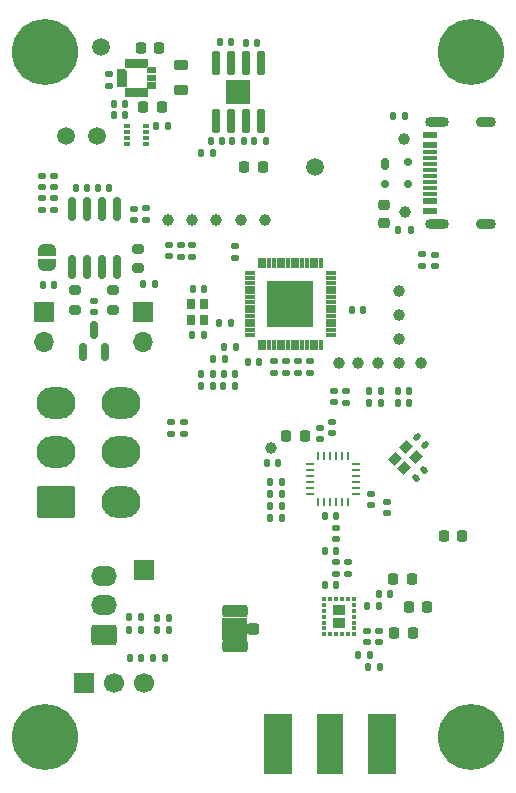
<source format=gbr>
%TF.GenerationSoftware,KiCad,Pcbnew,9.0.1*%
%TF.CreationDate,2025-04-26T23:34:38+03:00*%
%TF.ProjectId,Ricardo-Hermes,52696361-7264-46f2-9d48-65726d65732e,rev?*%
%TF.SameCoordinates,Original*%
%TF.FileFunction,Soldermask,Top*%
%TF.FilePolarity,Negative*%
%FSLAX46Y46*%
G04 Gerber Fmt 4.6, Leading zero omitted, Abs format (unit mm)*
G04 Created by KiCad (PCBNEW 9.0.1) date 2025-04-26 23:34:38*
%MOMM*%
%LPD*%
G01*
G04 APERTURE LIST*
G04 Aperture macros list*
%AMRoundRect*
0 Rectangle with rounded corners*
0 $1 Rounding radius*
0 $2 $3 $4 $5 $6 $7 $8 $9 X,Y pos of 4 corners*
0 Add a 4 corners polygon primitive as box body*
4,1,4,$2,$3,$4,$5,$6,$7,$8,$9,$2,$3,0*
0 Add four circle primitives for the rounded corners*
1,1,$1+$1,$2,$3*
1,1,$1+$1,$4,$5*
1,1,$1+$1,$6,$7*
1,1,$1+$1,$8,$9*
0 Add four rect primitives between the rounded corners*
20,1,$1+$1,$2,$3,$4,$5,0*
20,1,$1+$1,$4,$5,$6,$7,0*
20,1,$1+$1,$6,$7,$8,$9,0*
20,1,$1+$1,$8,$9,$2,$3,0*%
%AMRotRect*
0 Rectangle, with rotation*
0 The origin of the aperture is its center*
0 $1 length*
0 $2 width*
0 $3 Rotation angle, in degrees counterclockwise*
0 Add horizontal line*
21,1,$1,$2,0,0,$3*%
%AMFreePoly0*
4,1,23,0.500000,-0.750000,0.000000,-0.750000,0.000000,-0.745722,-0.065263,-0.745722,-0.191342,-0.711940,-0.304381,-0.646677,-0.396677,-0.554381,-0.461940,-0.441342,-0.495722,-0.315263,-0.495722,-0.250000,-0.500000,-0.250000,-0.500000,0.250000,-0.495722,0.250000,-0.495722,0.315263,-0.461940,0.441342,-0.396677,0.554381,-0.304381,0.646677,-0.191342,0.711940,-0.065263,0.745722,0.000000,0.745722,
0.000000,0.750000,0.500000,0.750000,0.500000,-0.750000,0.500000,-0.750000,$1*%
%AMFreePoly1*
4,1,23,0.000000,0.745722,0.065263,0.745722,0.191342,0.711940,0.304381,0.646677,0.396677,0.554381,0.461940,0.441342,0.495722,0.315263,0.495722,0.250000,0.500000,0.250000,0.500000,-0.250000,0.495722,-0.250000,0.495722,-0.315263,0.461940,-0.441342,0.396677,-0.554381,0.304381,-0.646677,0.191342,-0.711940,0.065263,-0.745722,0.000000,-0.745722,0.000000,-0.750000,-0.500000,-0.750000,
-0.500000,0.750000,0.000000,0.750000,0.000000,0.745722,0.000000,0.745722,$1*%
G04 Aperture macros list end*
%ADD10C,0.010000*%
%ADD11RoundRect,0.135000X0.185000X-0.135000X0.185000X0.135000X-0.185000X0.135000X-0.185000X-0.135000X0*%
%ADD12RoundRect,0.135000X-0.185000X0.135000X-0.185000X-0.135000X0.185000X-0.135000X0.185000X0.135000X0*%
%ADD13C,1.000000*%
%ADD14RoundRect,0.135000X-0.135000X-0.185000X0.135000X-0.185000X0.135000X0.185000X-0.135000X0.185000X0*%
%ADD15RoundRect,0.250001X1.399999X-1.099999X1.399999X1.099999X-1.399999X1.099999X-1.399999X-1.099999X0*%
%ADD16O,3.300000X2.700000*%
%ADD17RoundRect,0.140000X0.140000X0.170000X-0.140000X0.170000X-0.140000X-0.170000X0.140000X-0.170000X0*%
%ADD18RoundRect,0.140000X-0.140000X-0.170000X0.140000X-0.170000X0.140000X0.170000X-0.140000X0.170000X0*%
%ADD19RoundRect,0.147500X0.147500X0.172500X-0.147500X0.172500X-0.147500X-0.172500X0.147500X-0.172500X0*%
%ADD20RoundRect,0.147500X-0.147500X-0.172500X0.147500X-0.172500X0.147500X0.172500X-0.147500X0.172500X0*%
%ADD21C,1.500000*%
%ADD22RoundRect,0.218750X-0.218750X-0.256250X0.218750X-0.256250X0.218750X0.256250X-0.218750X0.256250X0*%
%ADD23RoundRect,0.147500X-0.172500X0.147500X-0.172500X-0.147500X0.172500X-0.147500X0.172500X0.147500X0*%
%ADD24RoundRect,0.218750X0.218750X0.256250X-0.218750X0.256250X-0.218750X-0.256250X0.218750X-0.256250X0*%
%ADD25R,1.700000X1.700000*%
%ADD26RoundRect,0.135000X0.135000X0.185000X-0.135000X0.185000X-0.135000X-0.185000X0.135000X-0.185000X0*%
%ADD27RoundRect,0.218750X-0.256250X0.218750X-0.256250X-0.218750X0.256250X-0.218750X0.256250X0.218750X0*%
%ADD28RoundRect,0.147500X0.172500X-0.147500X0.172500X0.147500X-0.172500X0.147500X-0.172500X-0.147500X0*%
%ADD29RoundRect,0.140000X0.170000X-0.140000X0.170000X0.140000X-0.170000X0.140000X-0.170000X-0.140000X0*%
%ADD30RoundRect,0.175000X-0.175000X-0.325000X0.175000X-0.325000X0.175000X0.325000X-0.175000X0.325000X0*%
%ADD31RoundRect,0.150000X-0.200000X-0.150000X0.200000X-0.150000X0.200000X0.150000X-0.200000X0.150000X0*%
%ADD32RoundRect,0.225000X-0.225000X-0.250000X0.225000X-0.250000X0.225000X0.250000X-0.225000X0.250000X0*%
%ADD33RoundRect,0.200000X0.275000X-0.200000X0.275000X0.200000X-0.275000X0.200000X-0.275000X-0.200000X0*%
%ADD34R,1.160000X0.600000*%
%ADD35R,1.160000X0.300000*%
%ADD36O,2.000000X0.900000*%
%ADD37O,1.700000X0.900000*%
%ADD38R,0.790000X0.260000*%
%ADD39R,0.260000X0.790000*%
%ADD40R,0.475000X0.300000*%
%ADD41RoundRect,0.140000X-0.170000X0.140000X-0.170000X-0.140000X0.170000X-0.140000X0.170000X0.140000X0*%
%ADD42R,0.304800X0.304800*%
%ADD43R,0.990600X0.838200*%
%ADD44RoundRect,0.140000X-0.021213X0.219203X-0.219203X0.021213X0.021213X-0.219203X0.219203X-0.021213X0*%
%ADD45R,2.290000X5.080000*%
%ADD46R,2.420000X5.080000*%
%ADD47FreePoly0,270.000000*%
%ADD48FreePoly1,270.000000*%
%ADD49R,0.800000X0.900000*%
%ADD50RoundRect,0.140000X0.219203X0.021213X0.021213X0.219203X-0.219203X-0.021213X-0.021213X-0.219203X0*%
%ADD51RotRect,0.900000X0.800000X225.000000*%
%ADD52C,1.700000*%
%ADD53C,5.600000*%
%ADD54RoundRect,0.250000X0.850000X0.600000X-0.850000X0.600000X-0.850000X-0.600000X0.850000X-0.600000X0*%
%ADD55O,2.200000X1.700000*%
%ADD56RoundRect,0.042000X-0.258000X0.943000X-0.258000X-0.943000X0.258000X-0.943000X0.258000X0.943000X0*%
%ADD57R,2.150000X2.150000*%
%ADD58RoundRect,0.150000X-0.150000X0.825000X-0.150000X-0.825000X0.150000X-0.825000X0.150000X0.825000X0*%
%ADD59O,1.700000X1.700000*%
%ADD60RoundRect,0.218750X0.381250X-0.218750X0.381250X0.218750X-0.381250X0.218750X-0.381250X-0.218750X0*%
%ADD61RoundRect,0.250000X0.275000X0.250000X-0.275000X0.250000X-0.275000X-0.250000X0.275000X-0.250000X0*%
%ADD62RoundRect,0.250000X0.850000X0.275000X-0.850000X0.275000X-0.850000X-0.275000X0.850000X-0.275000X0*%
%ADD63RoundRect,0.150000X0.150000X-0.587500X0.150000X0.587500X-0.150000X0.587500X-0.150000X-0.587500X0*%
%ADD64RoundRect,0.006600X0.103400X-0.398400X0.103400X0.398400X-0.103400X0.398400X-0.103400X-0.398400X0*%
%ADD65RoundRect,0.022000X0.383000X-0.088000X0.383000X0.088000X-0.383000X0.088000X-0.383000X-0.088000X0*%
%ADD66R,4.000000X4.000000*%
%ADD67RoundRect,0.200000X-0.275000X0.200000X-0.275000X-0.200000X0.275000X-0.200000X0.275000X0.200000X0*%
G04 APERTURE END LIST*
D10*
%TO.C,U4*%
X128525200Y-76963274D02*
X127800200Y-76963274D01*
X127800200Y-76563274D01*
X128525200Y-76563274D01*
X128525200Y-76963274D01*
G36*
X128525200Y-76963274D02*
G01*
X127800200Y-76963274D01*
X127800200Y-76563274D01*
X128525200Y-76563274D01*
X128525200Y-76963274D01*
G37*
X128525200Y-77463274D02*
X127800200Y-77463274D01*
X127800200Y-77063274D01*
X128525200Y-77063274D01*
X128525200Y-77463274D01*
G36*
X128525200Y-77463274D02*
G01*
X127800200Y-77463274D01*
X127800200Y-77063274D01*
X128525200Y-77063274D01*
X128525200Y-77463274D01*
G37*
X128850200Y-75888274D02*
X128450200Y-75888274D01*
X128450200Y-75163274D01*
X128850200Y-75163274D01*
X128850200Y-75888274D01*
G36*
X128850200Y-75888274D02*
G01*
X128450200Y-75888274D01*
X128450200Y-75163274D01*
X128850200Y-75163274D01*
X128850200Y-75888274D01*
G37*
X128850200Y-78363274D02*
X128450200Y-78363274D01*
X128450200Y-77638274D01*
X128850200Y-77638274D01*
X128850200Y-78363274D01*
G36*
X128850200Y-78363274D02*
G01*
X128450200Y-78363274D01*
X128450200Y-77638274D01*
X128850200Y-77638274D01*
X128850200Y-78363274D01*
G37*
X129350200Y-75888274D02*
X128950200Y-75888274D01*
X128950200Y-75163274D01*
X129350200Y-75163274D01*
X129350200Y-75888274D01*
G36*
X129350200Y-75888274D02*
G01*
X128950200Y-75888274D01*
X128950200Y-75163274D01*
X129350200Y-75163274D01*
X129350200Y-75888274D01*
G37*
X129350200Y-78363274D02*
X128950200Y-78363274D01*
X128950200Y-77638274D01*
X129350200Y-77638274D01*
X129350200Y-78363274D01*
G36*
X129350200Y-78363274D02*
G01*
X128950200Y-78363274D01*
X128950200Y-77638274D01*
X129350200Y-77638274D01*
X129350200Y-78363274D01*
G37*
X131000200Y-76988274D02*
X130275200Y-76988274D01*
X130275200Y-76538274D01*
X131000200Y-76538274D01*
X131000200Y-76988274D01*
G36*
X131000200Y-76988274D02*
G01*
X130275200Y-76988274D01*
X130275200Y-76538274D01*
X131000200Y-76538274D01*
X131000200Y-76988274D01*
G37*
X128525200Y-76198274D02*
X128525200Y-76463274D01*
X127800200Y-76463274D01*
X127800200Y-76063274D01*
X128390200Y-76063274D01*
X128525200Y-76198274D01*
G36*
X128525200Y-76198274D02*
G01*
X128525200Y-76463274D01*
X127800200Y-76463274D01*
X127800200Y-76063274D01*
X128390200Y-76063274D01*
X128525200Y-76198274D01*
G37*
X130350200Y-75830274D02*
X130249200Y-75888274D01*
X129450200Y-75888274D01*
X129450200Y-75163274D01*
X130350200Y-75163274D01*
X130350200Y-75830274D01*
G36*
X130350200Y-75830274D02*
G01*
X130249200Y-75888274D01*
X129450200Y-75888274D01*
X129450200Y-75163274D01*
X130350200Y-75163274D01*
X130350200Y-75830274D01*
G37*
X130350200Y-77696274D02*
X130350200Y-78363274D01*
X129450200Y-78363274D01*
X129450200Y-77638274D01*
X130249200Y-77638274D01*
X130350200Y-77696274D01*
G36*
X130350200Y-77696274D02*
G01*
X130350200Y-78363274D01*
X129450200Y-78363274D01*
X129450200Y-77638274D01*
X130249200Y-77638274D01*
X130350200Y-77696274D01*
G37*
X131000200Y-76338274D02*
X130275200Y-76338274D01*
X130275200Y-75946274D01*
X130376200Y-75888274D01*
X131000200Y-75888274D01*
X131000200Y-76338274D01*
G36*
X131000200Y-76338274D02*
G01*
X130275200Y-76338274D01*
X130275200Y-75946274D01*
X130376200Y-75888274D01*
X131000200Y-75888274D01*
X131000200Y-76338274D01*
G37*
X131000200Y-77638274D02*
X130376200Y-77638274D01*
X130275200Y-77580274D01*
X130275200Y-77188274D01*
X131000200Y-77188274D01*
X131000200Y-77638274D01*
G36*
X131000200Y-77638274D02*
G01*
X130376200Y-77638274D01*
X130275200Y-77580274D01*
X130275200Y-77188274D01*
X131000200Y-77188274D01*
X131000200Y-77638274D01*
G37*
%TO.C,ANT_UFL1*%
G36*
X138781000Y-124372200D02*
G01*
X136691000Y-124372200D01*
X136691000Y-122492200D01*
X138781000Y-122492200D01*
X138781000Y-124372200D01*
G37*
%TD*%
D11*
%TO.C,R29*%
X143075200Y-101820800D03*
X143075200Y-100800800D03*
%TD*%
D12*
%TO.C,R38*%
X147164600Y-103285293D03*
X147164600Y-104305293D03*
%TD*%
D13*
%TO.C,RF_RST1*%
X151635000Y-100953200D03*
%TD*%
D14*
%TO.C,R17*%
X139376777Y-82159186D03*
X140396777Y-82159186D03*
%TD*%
%TO.C,R31*%
X140732400Y-114038800D03*
X141752400Y-114038800D03*
%TD*%
D15*
%TO.C,J1*%
X122568000Y-112697000D03*
D16*
X122568000Y-108497000D03*
X122568000Y-104297000D03*
X128068000Y-112697000D03*
X128068000Y-108497000D03*
X128068000Y-104297000D03*
%TD*%
D17*
%TO.C,C80*%
X146323800Y-119774600D03*
X145363800Y-119774600D03*
%TD*%
D18*
%TO.C,C6*%
X138864000Y-100877000D03*
X139824000Y-100877000D03*
%TD*%
D12*
%TO.C,R4*%
X122475800Y-86979200D03*
X122475800Y-87999200D03*
%TD*%
D19*
%TO.C,TXD_1_RF*%
X152499000Y-103290000D03*
X151529000Y-103290000D03*
%TD*%
D20*
%TO.C,RXLED2*%
X131176100Y-122517800D03*
X132146100Y-122517800D03*
%TD*%
D21*
%TO.C,BBIN_TP1*%
X126082600Y-81750800D03*
%TD*%
D11*
%TO.C,R30*%
X144091200Y-101820800D03*
X144091200Y-100800800D03*
%TD*%
D13*
%TO.C,D-_TP1*%
X152143000Y-88177000D03*
%TD*%
D22*
%TO.C,L4*%
X142118300Y-107130000D03*
X143693300Y-107130000D03*
%TD*%
D23*
%TO.C,L8*%
X146326400Y-117816400D03*
X146326400Y-118786400D03*
%TD*%
D24*
%TO.C,FB_R2*%
X154048000Y-121578000D03*
X152473000Y-121578000D03*
%TD*%
D25*
%TO.C,3v3*%
X130095800Y-118504600D03*
%TD*%
D26*
%TO.C,R20*%
X131801600Y-125896000D03*
X130781600Y-125896000D03*
%TD*%
D17*
%TO.C,C5*%
X135881800Y-101893000D03*
X134921800Y-101893000D03*
%TD*%
D18*
%TO.C,C13*%
X134169000Y-94660000D03*
X135129000Y-94660000D03*
%TD*%
D27*
%TO.C,F1*%
X150395000Y-87550000D03*
X150395000Y-89125000D03*
%TD*%
D23*
%TO.C,CRXLED1*%
X121459800Y-85073800D03*
X121459800Y-86043800D03*
%TD*%
D28*
%TO.C,USBLED1*%
X154725000Y-92725000D03*
X154725000Y-91755000D03*
%TD*%
D29*
%TO.C,C79*%
X147342400Y-118781400D03*
X147342400Y-117821400D03*
%TD*%
D23*
%TO.C,L7*%
X146331600Y-114893000D03*
X146331600Y-115863000D03*
%TD*%
D30*
%TO.C,D2*%
X150450400Y-84111000D03*
D31*
X150450400Y-85811000D03*
X152450400Y-85811000D03*
X152450400Y-83911000D03*
%TD*%
D32*
%TO.C,C74*%
X151261599Y-123841201D03*
X152811599Y-123841201D03*
%TD*%
D12*
%TO.C,R5*%
X130197400Y-87842800D03*
X130197400Y-88862800D03*
%TD*%
D23*
%TO.C,3V3LED1*%
X122475800Y-85075800D03*
X122475800Y-86045800D03*
%TD*%
D13*
%TO.C,CRX1*%
X140313200Y-88862800D03*
%TD*%
D19*
%TO.C,L2*%
X137390400Y-97549600D03*
X136420400Y-97549600D03*
%TD*%
D33*
%TO.C,R9*%
X127454200Y-96432000D03*
X127454200Y-94782000D03*
%TD*%
D24*
%TO.C,FB_R3*%
X157020000Y-115609000D03*
X155445000Y-115609000D03*
%TD*%
D13*
%TO.C,CSD1*%
X138230400Y-88862800D03*
%TD*%
D12*
%TO.C,R1*%
X133169200Y-90914200D03*
X133169200Y-91934200D03*
%TD*%
D34*
%TO.C,J2*%
X154244400Y-88049600D03*
X154244400Y-87249600D03*
D35*
X154244400Y-86099600D03*
X154244400Y-85099600D03*
X154244400Y-84599600D03*
X154244400Y-83599600D03*
D34*
X154244400Y-82449600D03*
X154244400Y-81649600D03*
X154244400Y-81649600D03*
X154244400Y-82449600D03*
D35*
X154244400Y-83099600D03*
X154244400Y-84099600D03*
X154244400Y-85599600D03*
X154244400Y-86599600D03*
D34*
X154244400Y-87249600D03*
X154244400Y-88049600D03*
D36*
X154824400Y-89169600D03*
D37*
X158994400Y-89169600D03*
D36*
X154824400Y-80529600D03*
D37*
X158994400Y-80529600D03*
%TD*%
D38*
%TO.C,IC2*%
X148040600Y-112027200D03*
X148040600Y-111527200D03*
X148040600Y-111027200D03*
X148040600Y-110527200D03*
X148040600Y-110027200D03*
X148040600Y-109527200D03*
D39*
X147320600Y-108807200D03*
X146820600Y-108807200D03*
X146320600Y-108807200D03*
X145820600Y-108807200D03*
X145320600Y-108807200D03*
X144820600Y-108807200D03*
D38*
X144100600Y-109527200D03*
X144100600Y-110027200D03*
X144100600Y-110527200D03*
X144100600Y-111027200D03*
X144100600Y-111527200D03*
X144100600Y-112027200D03*
D39*
X144820600Y-112747200D03*
X145320600Y-112747200D03*
X145820600Y-112747200D03*
X146320600Y-112747200D03*
X146820600Y-112747200D03*
X147320600Y-112747200D03*
%TD*%
D17*
%TO.C,C14*%
X135109000Y-98560000D03*
X134149000Y-98560000D03*
%TD*%
D13*
%TO.C,CANRX1*%
X134109000Y-88862800D03*
%TD*%
D17*
%TO.C,C25*%
X137450377Y-73777186D03*
X136490377Y-73777186D03*
%TD*%
D20*
%TO.C,TXLED1*%
X128813900Y-122467000D03*
X129783900Y-122467000D03*
%TD*%
D11*
%TO.C,R18*%
X121459800Y-88003200D03*
X121459800Y-86983200D03*
%TD*%
D40*
%TO.C,U3*%
X128584200Y-80916200D03*
X128584200Y-81416200D03*
X128584200Y-81916200D03*
X128584200Y-82416200D03*
X130260200Y-82416200D03*
X130260200Y-81916200D03*
X130260200Y-81416200D03*
X130260200Y-80916200D03*
%TD*%
D13*
%TO.C,DIO3*%
X146580400Y-100978600D03*
%TD*%
D12*
%TO.C,R3*%
X134159800Y-90916200D03*
X134159800Y-91936200D03*
%TD*%
D17*
%TO.C,C9*%
X137807433Y-99575099D03*
X136847433Y-99575099D03*
%TD*%
D41*
%TO.C,C70*%
X148961599Y-123641201D03*
X148961599Y-124601201D03*
%TD*%
D13*
%TO.C,VAA_TP1*%
X140840000Y-108116000D03*
%TD*%
D18*
%TO.C,C27*%
X134896400Y-83198600D03*
X135856400Y-83198600D03*
%TD*%
D11*
%TO.C,R13*%
X153625000Y-92750000D03*
X153625000Y-91730000D03*
%TD*%
D14*
%TO.C,R2*%
X128796400Y-123508400D03*
X129816400Y-123508400D03*
%TD*%
D13*
%TO.C,CTX1*%
X151635000Y-98921200D03*
%TD*%
D42*
%TO.C,U12*%
X145316999Y-120916200D03*
X145322399Y-121416199D03*
X145322399Y-121916201D03*
X145322399Y-122416200D03*
X145322399Y-122916199D03*
X145322399Y-123416201D03*
X145316999Y-123916200D03*
X145816998Y-123914800D03*
X146316999Y-123914800D03*
X146816999Y-123914800D03*
X147317000Y-123914800D03*
X147816999Y-123916200D03*
X147811599Y-123416201D03*
X147811599Y-122916199D03*
X147811599Y-122416200D03*
X147811599Y-121916201D03*
X147811599Y-121416199D03*
X147816999Y-120916200D03*
X147317000Y-120917600D03*
X146816999Y-120917600D03*
X146316999Y-120917600D03*
X145816998Y-120917600D03*
D43*
X146566999Y-121841200D03*
X146566999Y-122991200D03*
%TD*%
D26*
%TO.C,R12*%
X152145000Y-80049000D03*
X151125000Y-80049000D03*
%TD*%
D32*
%TO.C,C23*%
X129805200Y-74231200D03*
X131355200Y-74231200D03*
%TD*%
D41*
%TO.C,C53*%
X149270600Y-112027200D03*
X149270600Y-112987200D03*
%TD*%
D17*
%TO.C,C78*%
X146326400Y-116828200D03*
X145366400Y-116828200D03*
%TD*%
D18*
%TO.C,C66*%
X148961599Y-121541201D03*
X149921599Y-121541201D03*
%TD*%
D11*
%TO.C,R25*%
X141068600Y-101820800D03*
X141068600Y-100800800D03*
%TD*%
%TO.C,R6*%
X133423200Y-106977000D03*
X133423200Y-105957000D03*
%TD*%
D29*
%TO.C,C57*%
X144950800Y-107384000D03*
X144950800Y-106424000D03*
%TD*%
D23*
%TO.C,DIO3_D1*%
X146174000Y-103310293D03*
X146174000Y-104280293D03*
%TD*%
D26*
%TO.C,R14*%
X132082200Y-80886200D03*
X131062200Y-80886200D03*
%TD*%
D18*
%TO.C,C68*%
X149961599Y-120541201D03*
X150921599Y-120541201D03*
%TD*%
D17*
%TO.C,C15*%
X125219000Y-86094200D03*
X124259000Y-86094200D03*
%TD*%
D44*
%TO.C,C50*%
X153744913Y-110009453D03*
X153066091Y-110688275D03*
%TD*%
D17*
%TO.C,C20*%
X128470200Y-79946200D03*
X127510200Y-79946200D03*
%TD*%
D45*
%TO.C,ANT_SMA1*%
X145814400Y-133208400D03*
D46*
X141434400Y-133208400D03*
X150194400Y-133208400D03*
%TD*%
D14*
%TO.C,R34*%
X140730400Y-111041600D03*
X141750400Y-111041600D03*
%TD*%
D29*
%TO.C,C10*%
X137766600Y-92012400D03*
X137766600Y-91052400D03*
%TD*%
D47*
%TO.C,JP1*%
X121815400Y-91372800D03*
D48*
X121815400Y-92672800D03*
%TD*%
D41*
%TO.C,C52*%
X150589600Y-112723200D03*
X150589600Y-113683200D03*
%TD*%
D11*
%TO.C,R26*%
X142084600Y-101820800D03*
X142084600Y-100800800D03*
%TD*%
D49*
%TO.C,Y1*%
X135149000Y-97310000D03*
X135149000Y-95910000D03*
X134049000Y-95910000D03*
X134049000Y-97310000D03*
%TD*%
D14*
%TO.C,R16*%
X137516777Y-82159186D03*
X138536777Y-82159186D03*
%TD*%
%TO.C,R36*%
X149095000Y-103290000D03*
X150115000Y-103290000D03*
%TD*%
D18*
%TO.C,C11*%
X147649800Y-96432000D03*
X148609800Y-96432000D03*
%TD*%
D12*
%TO.C,R15*%
X127130200Y-76436200D03*
X127130200Y-77456200D03*
%TD*%
D13*
%TO.C,CPS1*%
X151635000Y-94806400D03*
%TD*%
D18*
%TO.C,C61*%
X149061599Y-126641201D03*
X150021599Y-126641201D03*
%TD*%
D21*
%TO.C,3V3_TP1*%
X144523000Y-84367000D03*
%TD*%
D14*
%TO.C,R19*%
X131137200Y-123559200D03*
X132157200Y-123559200D03*
%TD*%
D50*
%TO.C,C51*%
X153844913Y-107917097D03*
X153166091Y-107238275D03*
%TD*%
D20*
%TO.C,ESP_TX_LED1*%
X128846400Y-125896000D03*
X129816400Y-125896000D03*
%TD*%
D51*
%TO.C,Y3*%
X152266091Y-108088275D03*
X151276142Y-109078224D03*
X152053959Y-109856041D03*
X153043908Y-108866092D03*
%TD*%
D22*
%TO.C,FB_P1*%
X138554000Y-84367000D03*
X140129000Y-84367000D03*
%TD*%
D25*
%TO.C,UART_ESP1*%
X125015800Y-128029600D03*
D52*
X127555800Y-128029600D03*
X130095800Y-128029600D03*
%TD*%
D19*
%TO.C,RXD_1_RF*%
X152499000Y-104306000D03*
X151529000Y-104306000D03*
%TD*%
D53*
%TO.C,H3*%
X121705000Y-132590000D03*
%TD*%
D18*
%TO.C,C24*%
X138699000Y-73813000D03*
X139659000Y-73813000D03*
%TD*%
D21*
%TO.C,RBUS_VCC_TP1*%
X123491800Y-81750800D03*
%TD*%
%TO.C,BBOUT_TP1*%
X126387400Y-74156200D03*
%TD*%
D14*
%TO.C,R37*%
X149095000Y-104306000D03*
X150115000Y-104306000D03*
%TD*%
D54*
%TO.C,UART1*%
X126633200Y-123951000D03*
D55*
X126633200Y-121451000D03*
X126633200Y-118951000D03*
%TD*%
D17*
%TO.C,C7*%
X136872400Y-100597600D03*
X135912400Y-100597600D03*
%TD*%
D56*
%TO.C,U5*%
X139954000Y-75508000D03*
X138684000Y-75508000D03*
X137414000Y-75508000D03*
X136144000Y-75508000D03*
X136144000Y-80448000D03*
X137414000Y-80448000D03*
X138684000Y-80448000D03*
X139954000Y-80448000D03*
D57*
X138049000Y-77978000D03*
%TD*%
D29*
%TO.C,C2*%
X132178600Y-91901600D03*
X132178600Y-90941600D03*
%TD*%
D14*
%TO.C,R11*%
X151600800Y-89687000D03*
X152620800Y-89687000D03*
%TD*%
D13*
%TO.C,CHL1*%
X151635000Y-96838400D03*
%TD*%
D17*
%TO.C,C77*%
X146326400Y-113932600D03*
X145366400Y-113932600D03*
%TD*%
D41*
%TO.C,C73*%
X149961599Y-123641201D03*
X149961599Y-124601201D03*
%TD*%
D18*
%TO.C,C26*%
X135699492Y-82149186D03*
X136659492Y-82149186D03*
%TD*%
D14*
%TO.C,R32*%
X140739382Y-113031132D03*
X141759382Y-113031132D03*
%TD*%
D53*
%TO.C,H1*%
X121705000Y-74589600D03*
%TD*%
D14*
%TO.C,R33*%
X140730400Y-112032200D03*
X141750400Y-112032200D03*
%TD*%
D17*
%TO.C,C4*%
X135856400Y-102909000D03*
X134896400Y-102909000D03*
%TD*%
D58*
%TO.C,U2*%
X127733600Y-87861000D03*
X126463600Y-87861000D03*
X125193600Y-87861000D03*
X123923600Y-87861000D03*
X123923600Y-92811000D03*
X125193600Y-92811000D03*
X126463600Y-92811000D03*
X127733600Y-92811000D03*
%TD*%
D29*
%TO.C,C54*%
X145966800Y-106876000D03*
X145966800Y-105916000D03*
%TD*%
D53*
%TO.C,H4*%
X157705400Y-132590000D03*
%TD*%
D41*
%TO.C,C17*%
X125828600Y-95675200D03*
X125828600Y-96635200D03*
%TD*%
D32*
%TO.C,C21*%
X129993056Y-79301823D03*
X131543056Y-79301823D03*
%TD*%
D20*
%TO.C,L1*%
X136822000Y-101893000D03*
X137792000Y-101893000D03*
%TD*%
D17*
%TO.C,C22*%
X128470200Y-79026200D03*
X127510200Y-79026200D03*
%TD*%
D32*
%TO.C,C71*%
X151161599Y-119241201D03*
X152711599Y-119241201D03*
%TD*%
D13*
%TO.C,DIO1*%
X153540000Y-100953907D03*
%TD*%
D18*
%TO.C,C8*%
X129994200Y-94247600D03*
X130954200Y-94247600D03*
%TD*%
%TO.C,C16*%
X126133400Y-86094200D03*
X127093400Y-86094200D03*
%TD*%
D23*
%TO.C,CTXLED1*%
X129181400Y-87869800D03*
X129181400Y-88839800D03*
%TD*%
D25*
%TO.C,ENJUMPER1*%
X121612200Y-96635200D03*
D59*
X121612200Y-99175200D03*
%TD*%
D60*
%TO.C,L3*%
X133148161Y-77821134D03*
X133148161Y-75696134D03*
%TD*%
D13*
%TO.C,BUSY1*%
X149831600Y-100953200D03*
%TD*%
D18*
%TO.C,C65*%
X148201599Y-125641201D03*
X149161599Y-125641201D03*
%TD*%
D33*
%TO.C,R8*%
X129587800Y-92926800D03*
X129587800Y-91276800D03*
%TD*%
D25*
%TO.C,BOOTJUMPER1*%
X129994200Y-96584400D03*
D59*
X129994200Y-99124400D03*
%TD*%
D17*
%TO.C,C3*%
X122425000Y-94298400D03*
X121465000Y-94298400D03*
%TD*%
D61*
%TO.C,ANT_UFL1*%
X139316000Y-123432200D03*
D62*
X137791000Y-124907200D03*
X137791000Y-121957200D03*
%TD*%
D13*
%TO.C,ANT_S1*%
X136191800Y-88862800D03*
%TD*%
%TO.C,D+_TP1*%
X152060000Y-81954000D03*
%TD*%
%TO.C,DIO2*%
X148155200Y-100978600D03*
%TD*%
D63*
%TO.C,D1*%
X124878600Y-100011100D03*
X126778600Y-100011100D03*
X125828600Y-98136100D03*
%TD*%
D17*
%TO.C,C58*%
X141420200Y-109441400D03*
X140460200Y-109441400D03*
%TD*%
D11*
%TO.C,R7*%
X132305600Y-106977000D03*
X132305600Y-105957000D03*
%TD*%
D13*
%TO.C,CANTX1*%
X132077000Y-88862800D03*
%TD*%
D64*
%TO.C,U1*%
X139850000Y-99405000D03*
X140250000Y-99405000D03*
X140650000Y-99405000D03*
X141050000Y-99405000D03*
X141450000Y-99405000D03*
X141850000Y-99405000D03*
X142250000Y-99405000D03*
X142650000Y-99405000D03*
X143050000Y-99405000D03*
X143450000Y-99405000D03*
X143850000Y-99405000D03*
X144250000Y-99405000D03*
X144650000Y-99405000D03*
X145050000Y-99405000D03*
D65*
X145895000Y-98560000D03*
X145895000Y-98160000D03*
X145895000Y-97760000D03*
X145895000Y-97360000D03*
X145895000Y-96960000D03*
X145895000Y-96560000D03*
X145895000Y-96160000D03*
X145895000Y-95760000D03*
X145895000Y-95360000D03*
X145895000Y-94960000D03*
X145895000Y-94560000D03*
X145895000Y-94160000D03*
X145895000Y-93760000D03*
X145895000Y-93360000D03*
D64*
X145050000Y-92515000D03*
X144650000Y-92515000D03*
X144250000Y-92515000D03*
X143850000Y-92515000D03*
X143450000Y-92515000D03*
X143050000Y-92515000D03*
X142650000Y-92515000D03*
X142250000Y-92515000D03*
X141850000Y-92515000D03*
X141450000Y-92515000D03*
X141050000Y-92515000D03*
X140650000Y-92515000D03*
X140250000Y-92515000D03*
X139850000Y-92515000D03*
D65*
X139005000Y-93360000D03*
X139005000Y-93760000D03*
X139005000Y-94160000D03*
X139005000Y-94560000D03*
X139005000Y-94960000D03*
X139005000Y-95360000D03*
X139005000Y-95760000D03*
X139005000Y-96160000D03*
X139005000Y-96560000D03*
X139005000Y-96960000D03*
X139005000Y-97360000D03*
X139005000Y-97760000D03*
X139005000Y-98160000D03*
X139005000Y-98560000D03*
D66*
X142450000Y-95960000D03*
%TD*%
D18*
%TO.C,C1*%
X136778600Y-102909000D03*
X137738600Y-102909000D03*
%TD*%
D53*
%TO.C,H2*%
X157705400Y-74589600D03*
%TD*%
D67*
%TO.C,R10*%
X124253800Y-94782000D03*
X124253800Y-96432000D03*
%TD*%
M02*

</source>
